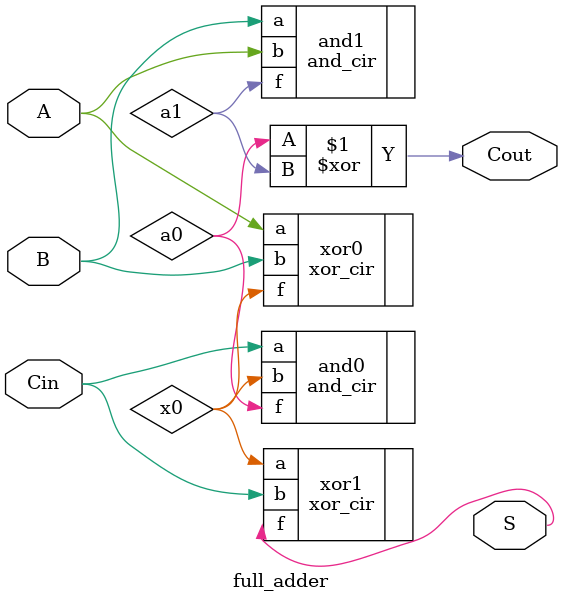
<source format=v>
`timescale 1ns / 1ps

module full_adder (
    input  wire A,
    input  wire B,
    input  wire Cin,
    output wire S,
    output wire Cout
);

  wire x0, a0, a1;

  xor_cir xor0 (
      .a(A),
      .b(B),
      .f(x0)
  );

  xor_cir xor1 (
      .a(x0),
      .b(Cin),
      .f(S)
  );

  and_cir and0 (
      .a(Cin),
      .b(x0),
      .f(a0)
  );

  and_cir and1 (
      .a(B),
      .b(A),
      .f(a1)
  );

  assign Cout = a0 ^ a1;

endmodule

</source>
